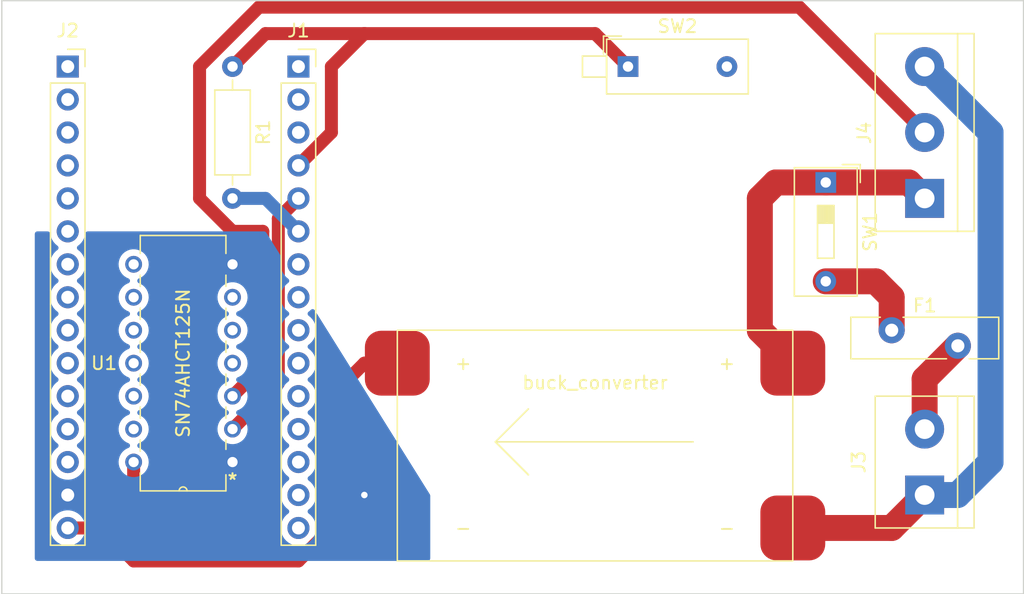
<source format=kicad_pcb>
(kicad_pcb (version 20211014) (generator pcbnew)
  (layers (0 "F.Cu" signal) (31 "B.Cu" signal) (34 "B.Paste" user) (35 "F.Paste" user) (36 "B.SilkS" user "B.Silkscreen") (37 "F.SilkS" user "F.Silkscreen") (38 "B.Mask" user) (39 "F.Mask" user) (44 "Edge.Cuts" user))
  (net 0 "")
  (net 21 "GND")
  (net 31 "Net-(J4-Pad2)")
  (net 32 "+12V")
  (net 33 "+5V")
  (net 34 "Net-(R1-Pad1)")
  (net 35 "Net-(U1-Pad2)")
  (net 36 "Net-(R1-Pad2)")
  (net 42 "Net-(F1-Pad1)")
  (net 43 "Net-(J3-Pad2)")
  (footprint "Resistor_THT:R_Axial_DIN0207_L6.3mm_D2.5mm_P10.16mm_Horizontal" (layer "F.Cu") (at 152.4 104.14 -90)
    (fp_text reference "R1" (at 5.08 -2.37 90) (layer "F.SilkS"))
    (fp_text value "R")
    (fp_line (start 1.04 0) (end 1.81 0) (layer "F.SilkS") (width 0.12))
    (fp_line (start 1.81 -1.37) (end 1.81 1.37) (layer "F.SilkS") (width 0.12))
    (fp_line (start 1.81 1.37) (end 8.35 1.37) (layer "F.SilkS") (width 0.12))
    (fp_line (start 8.35 -1.37) (end 1.81 -1.37) (layer "F.SilkS") (width 0.12))
    (fp_line (start 9.12 0) (end 8.35 0) (layer "F.SilkS") (width 0.12))
    (fp_line (start 8.35 1.37) (end 8.35 -1.37) (layer "F.SilkS") (width 0.12))
    (pad "1" thru_hole circle (at 0 0 270) (size 1.6 1.6) (drill 0.8) (layers *.Cu *.Mask) (net 34 "Net-(R1-Pad1)"))
    (pad "2" thru_hole oval (at 10.16 0 270) (size 1.6 1.6) (drill 0.8) (layers *.Cu *.Mask) (net 36 "Net-(R1-Pad2)"))
  )
  (footprint "TerminalBlock:TerminalBlock_bornier-3_P5.08mm" (layer "F.Cu") (at 205.74 114.3 90)
    (fp_text reference "J4" (at 5.05 -4.65 90) (layer "F.SilkS"))
    (fp_text value "led_output")
    (fp_line (start -2.54 -3.81) (end 12.7 -3.81) (layer "F.SilkS") (width 0.12))
    (fp_line (start 12.7 3.81) (end 12.7 -3.81) (layer "F.SilkS") (width 0.12))
    (fp_line (start -2.54 3.81) (end -2.54 -3.81) (layer "F.SilkS") (width 0.12))
    (fp_line (start -2.54 3.81) (end 12.7 3.81) (layer "F.SilkS") (width 0.12))
    (fp_line (start -2.54 2.54) (end 12.7 2.54) (layer "F.SilkS") (width 0.12))
    (pad "1" thru_hole rect (at 0 0 90) (size 3 3) (drill 1.52) (layers *.Cu *.Mask) (net 32 "+12V"))
    (pad "2" thru_hole circle (at 5.08 0 90) (size 3 3) (drill 1.52) (layers *.Cu *.Mask) (net 31 "Net-(J4-Pad2)"))
    (pad "3" thru_hole circle (at 10.16 0 90) (size 3 3) (drill 1.52) (layers *.Cu *.Mask) (net 21 "GND"))
  )
  (footprint "Connector_PinSocket_2.54mm:PinSocket_1x15_P2.54mm_Vertical" (layer "F.Cu") (at 157.48 104.14)
    (fp_text reference "J1" (at 0 -2.77) (layer "F.SilkS"))
    (fp_text value "Conn_01x15")
    (fp_line (start 1.33 1.27) (end 1.33 36.89) (layer "F.SilkS") (width 0.12))
    (fp_line (start 0 -1.33) (end 1.33 -1.33) (layer "F.SilkS") (width 0.12))
    (fp_line (start -1.33 1.27) (end 1.33 1.27) (layer "F.SilkS") (width 0.12))
    (fp_line (start -1.33 36.89) (end 1.33 36.89) (layer "F.SilkS") (width 0.12))
    (fp_line (start -1.33 1.27) (end -1.33 36.89) (layer "F.SilkS") (width 0.12))
    (fp_line (start 1.33 -1.33) (end 1.33 0) (layer "F.SilkS") (width 0.12))
    (pad "1" thru_hole rect (at 0 0) (size 1.7 1.7) (drill 1) (layers *.Cu *.Mask))
    (pad "2" thru_hole oval (at 0 2.54) (size 1.7 1.7) (drill 1) (layers *.Cu *.Mask))
    (pad "3" thru_hole oval (at 0 5.08) (size 1.7 1.7) (drill 1) (layers *.Cu *.Mask))
    (pad "4" thru_hole oval (at 0 7.62) (size 1.7 1.7) (drill 1) (layers *.Cu *.Mask) (net 34 "Net-(R1-Pad1)"))
    (pad "5" thru_hole oval (at 0 10.16) (size 1.7 1.7) (drill 1) (layers *.Cu *.Mask) (net 35 "Net-(U1-Pad2)"))
    (pad "6" thru_hole oval (at 0 12.7) (size 1.7 1.7) (drill 1) (layers *.Cu *.Mask) (net 36 "Net-(R1-Pad2)"))
    (pad "7" thru_hole oval (at 0 15.24) (size 1.7 1.7) (drill 1) (layers *.Cu *.Mask))
    (pad "8" thru_hole oval (at 0 17.78) (size 1.7 1.7) (drill 1) (layers *.Cu *.Mask))
    (pad "9" thru_hole oval (at 0 20.32) (size 1.7 1.7) (drill 1) (layers *.Cu *.Mask))
    (pad "10" thru_hole oval (at 0 22.86) (size 1.7 1.7) (drill 1) (layers *.Cu *.Mask))
    (pad "11" thru_hole oval (at 0 25.4) (size 1.7 1.7) (drill 1) (layers *.Cu *.Mask))
    (pad "12" thru_hole oval (at 0 27.94) (size 1.7 1.7) (drill 1) (layers *.Cu *.Mask))
    (pad "13" thru_hole oval (at 0 30.48) (size 1.7 1.7) (drill 1) (layers *.Cu *.Mask))
    (pad "14" thru_hole oval (at 0 33.02) (size 1.7 1.7) (drill 1) (layers *.Cu *.Mask))
    (pad "15" thru_hole oval (at 0 35.56) (size 1.7 1.7) (drill 1) (layers *.Cu *.Mask))
  )
  (footprint "SN75AHCT125N:SN74AHCT125N" (layer "F.Cu") (at 144.78 119.38 180)
    (fp_text reference "U1" (at 2.281388 -7.620001) (layer "F.SilkS"))
    (fp_text value "SN74AHCT125N" (at -3.81 -7.62 90) (layer "F.SilkS"))
    (fp_text user "*" (at -7.62 -16.6497) (layer "F.SilkS"))
    (fp_text user "*" (at -7.62 -16.6497) (layer "F.SilkS"))
    (fp_line (start -7.112 0.838569) (end -7.112 2.2225) (layer "F.SilkS") (width 0.12))
    (fp_line (start -0.508 -0.838569) (end -0.508 -1.701431) (layer "F.SilkS") (width 0.12))
    (fp_line (start -0.508 -16.078569) (end -0.508 -17.4625) (layer "F.SilkS") (width 0.12))
    (fp_line (start -0.508 -3.378569) (end -0.508 -4.241431) (layer "F.SilkS") (width 0.12))
    (fp_line (start -0.508 -8.458569) (end -0.508 -9.321431) (layer "F.SilkS") (width 0.12))
    (fp_line (start -0.508 -17.4625) (end -7.112 -17.4625) (layer "F.SilkS") (width 0.12))
    (fp_line (start -7.112 -11.861431) (end -7.112 -10.998569) (layer "F.SilkS") (width 0.12))
    (fp_line (start -0.508 -10.998569) (end -0.508 -11.861431) (layer "F.SilkS") (width 0.12))
    (fp_line (start -7.112 -17.4625) (end -7.112 -16.22044) (layer "F.SilkS") (width 0.12))
    (fp_line (start -7.112 -14.25956) (end -7.112 -13.538569) (layer "F.SilkS") (width 0.12))
    (fp_line (start -7.112 -4.241431) (end -7.112 -3.378569) (layer "F.SilkS") (width 0.12))
    (fp_line (start -0.508 2.2225) (end -0.508 0.838569) (layer "F.SilkS") (width 0.12))
    (fp_line (start -7.112 -6.781431) (end -7.112 -5.918569) (layer "F.SilkS") (width 0.12))
    (fp_line (start -0.508 -13.538569) (end -0.508 -14.401431) (layer "F.SilkS") (width 0.12))
    (fp_line (start -7.112 -9.321431) (end -7.112 -8.458569) (layer "F.SilkS") (width 0.12))
    (fp_line (start -7.112 2.2225) (end -0.508 2.2225) (layer "F.SilkS") (width 0.12))
    (fp_line (start -7.112 -1.701431) (end -7.112 -0.838569) (layer "F.SilkS") (width 0.12))
    (fp_line (start -0.508 -5.918569) (end -0.508 -6.781431) (layer "F.SilkS") (width 0.12))
    (fp_arc (start -3.5052 -17.4625) (mid -3.81 -17.1577) (end -4.1148 -17.4625) (layer "F.SilkS") (width 0.12))
    (pad "1" thru_hole rect locked (at -7.62 -15.24 180) (size 1.2954 1.2954) (drill 0.7874) (layers *.Cu *.Mask) (net 21 "GND"))
    (pad "2" thru_hole circle locked (at -7.62 -12.7 180) (size 1.2954 1.2954) (drill 0.7874) (layers *.Cu *.Mask) (net 35 "Net-(U1-Pad2)"))
    (pad "3" thru_hole circle locked (at -7.62 -10.16 180) (size 1.2954 1.2954) (drill 0.7874) (layers *.Cu *.Mask) (net 31 "Net-(J4-Pad2)"))
    (pad "4" thru_hole circle locked (at -7.62 -7.62 180) (size 1.2954 1.2954) (drill 0.7874) (layers *.Cu *.Mask))
    (pad "5" thru_hole circle locked (at -7.62 -5.08 180) (size 1.2954 1.2954) (drill 0.7874) (layers *.Cu *.Mask))
    (pad "6" thru_hole circle locked (at -7.62 -2.54 180) (size 1.2954 1.2954) (drill 0.7874) (layers *.Cu *.Mask))
    (pad "7" thru_hole circle locked (at -7.62 0 180) (size 1.2954 1.2954) (drill 0.7874) (layers *.Cu *.Mask) (net 21 "GND"))
    (pad "8" thru_hole circle locked (at 0 0 180) (size 1.2954 1.2954) (drill 0.7874) (layers *.Cu *.Mask))
    (pad "9" thru_hole circle locked (at 0 -2.54 180) (size 1.2954 1.2954) (drill 0.7874) (layers *.Cu *.Mask))
    (pad "10" thru_hole circle locked (at 0 -5.08 180) (size 1.2954 1.2954) (drill 0.7874) (layers *.Cu *.Mask))
    (pad "11" thru_hole circle locked (at 0 -7.62 180) (size 1.2954 1.2954) (drill 0.7874) (layers *.Cu *.Mask))
    (pad "12" thru_hole circle locked (at 0 -10.16 180) (size 1.2954 1.2954) (drill 0.7874) (layers *.Cu *.Mask))
    (pad "13" thru_hole circle locked (at 0 -12.7 180) (size 1.2954 1.2954) (drill 0.7874) (layers *.Cu *.Mask))
    (pad "14" thru_hole circle locked (at 0 -15.24 180) (size 1.2954 1.2954) (drill 0.7874) (layers *.Cu *.Mask) (net 33 "+5V"))
  )
  (footprint "Fuse:Fuse_Bourns_MF-RHT500" (layer "F.Cu") (at 203.2 124.46)
    (fp_text reference "F1" (at 2.55 -1.9) (layer "F.SilkS"))
    (fp_text value "Polyfuse")
    (fp_line (start 5.979 2.2) (end 8.25 2.2) (layer "F.SilkS") (width 0.12))
    (fp_line (start -3.15 2.2) (end 4.222 2.2) (layer "F.SilkS") (width 0.12))
    (fp_line (start -3.15 -1) (end -3.15 2.2) (layer "F.SilkS") (width 0.12))
    (fp_line (start -3.15 -1) (end -0.879 -1) (layer "F.SilkS") (width 0.12))
    (fp_line (start 8.25 -1) (end 8.25 2.2) (layer "F.SilkS") (width 0.12))
    (fp_line (start 0.879 -1) (end 8.25 -1) (layer "F.SilkS") (width 0.12))
    (pad "1" thru_hole circle (at 0 0) (size 2.01 2.01) (drill 1.01) (layers *.Cu *.Mask) (net 42 "Net-(F1-Pad1)"))
    (pad "2" thru_hole circle (at 5.1 1.2) (size 2.01 2.01) (drill 1.01) (layers *.Cu *.Mask) (net 43 "Net-(J3-Pad2)"))
  )
  (footprint "SN75AHCT125N:mini560_AR7" (layer "F.Cu") (at 180.34 132.08)
    (fp_text reference "PS1")
    (fp_text value "buck_converter" (at 0 -3.58 unlocked) (layer "F.SilkS"))
    (fp_text user "-" (at -10.16 7.62 unlocked) (layer "F.SilkS"))
    (fp_text user "-" (at 10.16 7.62 unlocked) (layer "F.SilkS"))
    (fp_text user "+" (at 10.16 -5.08 unlocked) (layer "F.SilkS"))
    (fp_text user "+" (at -10.16 -5.08 unlocked) (layer "F.SilkS"))
    (fp_line (start -5.137591 3.522043) (end -7.677591 0.982043) (layer "F.SilkS") (width 0.12))
    (fp_line (start 7.562409 0.982043) (end -7.677591 0.982043) (layer "F.SilkS") (width 0.12))
    (fp_line (start -7.677591 0.982043) (end -5.137591 3.522043) (layer "F.SilkS") (width 0.12))
    (fp_line (start -7.677591 0.982043) (end -5.137591 -1.557957) (layer "F.SilkS") (width 0.12))
    (fp_rect (start -15.24 10.16) (end 15.24 -7.62) (layer "F.SilkS") (width 0.12) (fill none))
    (pad "1" smd roundrect (at 15.24 7.62) (size 5 5) (layers "F.Cu" "F.Paste" "F.Mask") (net 21 "GND"))
    (pad "2" smd roundrect (at 15.24 -5.08) (size 5 5) (layers "F.Cu" "F.Paste" "F.Mask") (net 32 "+12V"))
    (pad "3" smd roundrect (at -15.24 7.62) (size 5 5) (layers "F.Cu" "F.Paste" "F.Mask") (net 21 "GND"))
    (pad "4" smd roundrect (at -15.24 -5.08) (size 5 5) (layers "F.Cu" "F.Paste" "F.Mask") (net 33 "+5V"))
  )
  (footprint "Button_Switch_THT:SW_DIP_SPSTx01_Piano_10.8x4.1mm_W7.62mm_P2.54mm" (layer "F.Cu") (at 182.88 104.14)
    (fp_text reference "SW2" (at 3.81 -3.11) (layer "F.SilkS"))
    (fp_text value "SW_Push")
    (fp_line (start 9.27 -2.11) (end 9.27 2.11) (layer "F.SilkS") (width 0.12))
    (fp_line (start -3.51 -0.81) (end -3.51 0.81) (layer "F.SilkS") (width 0.12))
    (fp_line (start -1.65 2.11) (end 9.27 2.11) (layer "F.SilkS") (width 0.12))
    (fp_line (start -3.51 0.81) (end -1.65 0.81) (layer "F.SilkS") (width 0.12))
    (fp_line (start -1.89 -2.35) (end -0.507 -2.35) (layer "F.SilkS") (width 0.12))
    (fp_line (start -1.65 -2.11) (end -1.65 2.11) (layer "F.SilkS") (width 0.12))
    (fp_line (start -1.65 -2.11) (end 9.27 -2.11) (layer "F.SilkS") (width 0.12))
    (fp_line (start -1.89 -2.35) (end -1.89 -0.967) (layer "F.SilkS") (width 0.12))
    (fp_line (start -1.65 -0.81) (end -1.65 0.81) (layer "F.SilkS") (width 0.12))
    (fp_line (start -3.51 -0.81) (end -1.65 -0.81) (layer "F.SilkS") (width 0.12))
    (pad "1" thru_hole rect (at 0 0) (size 1.6 1.6) (drill 0.8) (layers *.Cu *.Mask) (net 34 "Net-(R1-Pad1)"))
    (pad "2" thru_hole oval (at 7.62 0) (size 1.6 1.6) (drill 0.8) (layers *.Cu *.Mask) (net 21 "GND"))
  )
  (footprint "Button_Switch_THT:SW_DIP_SPSTx01_Slide_9.78x4.72mm_W7.62mm_P2.54mm" (layer "F.Cu") (at 198.12 113.0725 -90)
    (fp_text reference "SW1" (at 3.81 -3.42 90) (layer "F.SilkS"))
    (fp_text value "SW_SPST")
    (fp_line (start 1.78 0.205) (end 3.133333 0.205) (layer "F.SilkS") (width 0.12))
    (fp_line (start 8.76 -2.42) (end 8.76 2.42) (layer "F.SilkS") (width 0.12))
    (fp_line (start 1.78 0.325) (end 3.133333 0.325) (layer "F.SilkS") (width 0.12))
    (fp_line (start 1.78 0.445) (end 3.133333 0.445) (layer "F.SilkS") (width 0.12))
    (fp_line (start 1.78 -0.275) (end 3.133333 -0.275) (layer "F.SilkS") (width 0.12))
    (fp_line (start 1.78 0.635) (end 5.84 0.635) (layer "F.SilkS") (width 0.12))
    (fp_line (start -1.14 -2.42) (end 8.76 -2.42) (layer "F.SilkS") (width 0.12))
    (fp_line (start 1.78 -0.515) (end 3.133333 -0.515) (layer "F.SilkS") (width 0.12))
    (fp_line (start 5.84 0.635) (end 5.84 -0.635) (layer "F.SilkS") (width 0.12))
    (fp_line (start -1.38 -2.66) (end 0.004 -2.66) (layer "F.SilkS") (width 0.12))
    (fp_line (start 1.78 -0.395) (end 3.133333 -0.395) (layer "F.SilkS") (width 0.12))
    (fp_line (start -1.14 2.42) (end 8.76 2.42) (layer "F.SilkS") (width 0.12))
    (fp_line (start 1.78 -0.635) (end 1.78 0.635) (layer "F.SilkS") (width 0.12))
    (fp_line (start 1.78 -0.035) (end 3.133333 -0.035) (layer "F.SilkS") (width 0.12))
    (fp_line (start 3.133333 -0.635) (end 3.133333 0.635) (layer "F.SilkS") (width 0.12))
    (fp_line (start -1.38 -2.66) (end -1.38 -1.277) (layer "F.SilkS") (width 0.12))
    (fp_line (start 5.84 -0.635) (end 1.78 -0.635) (layer "F.SilkS") (width 0.12))
    (fp_line (start 1.78 0.085) (end 3.133333 0.085) (layer "F.SilkS") (width 0.12))
    (fp_line (start -1.14 -2.42) (end -1.14 2.42) (layer "F.SilkS") (width 0.12))
    (fp_line (start 1.78 -0.155) (end 3.133333 -0.155) (layer "F.SilkS") (width 0.12))
    (fp_line (start 1.78 0.565) (end 3.133333 0.565) (layer "F.SilkS") (width 0.12))
    (pad "1" thru_hole rect (at 0 0 270) (size 1.6 1.6) (drill 0.8) (layers *.Cu *.Mask) (net 32 "+12V"))
    (pad "2" thru_hole oval (at 7.62 0 270) (size 1.6 1.6) (drill 0.8) (layers *.Cu *.Mask) (net 42 "Net-(F1-Pad1)"))
  )
  (footprint "TerminalBlock:TerminalBlock_bornier-2_P5.08mm" (layer "F.Cu") (at 205.74 137.16 90)
    (fp_text reference "J3" (at 2.54 -5.08 90) (layer "F.SilkS"))
    (fp_text value "12v_input")
    (fp_line (start 7.62 3.81) (end 7.62 -3.81) (layer "F.SilkS") (width 0.12))
    (fp_line (start 7.62 -3.81) (end -2.54 -3.81) (layer "F.SilkS") (width 0.12))
    (fp_line (start -2.54 3.81) (end 7.62 3.81) (layer "F.SilkS") (width 0.12))
    (fp_line (start -2.54 -3.81) (end -2.54 3.81) (layer "F.SilkS") (width 0.12))
    (fp_line (start 7.62 2.54) (end -2.54 2.54) (layer "F.SilkS") (width 0.12))
    (pad "1" thru_hole rect (at 0 0 90) (size 3 3) (drill 1.52) (layers *.Cu *.Mask) (net 21 "GND"))
    (pad "2" thru_hole circle (at 5.08 0 90) (size 3 3) (drill 1.52) (layers *.Cu *.Mask) (net 43 "Net-(J3-Pad2)"))
  )
  (footprint "Connector_PinSocket_2.54mm:PinSocket_1x15_P2.54mm_Vertical" (layer "F.Cu") (at 139.7 104.14)
    (fp_text reference "J2" (at 0 -2.77) (layer "F.SilkS"))
    (fp_text value "conn_esp_left")
    (fp_line (start -1.33 36.89) (end 1.33 36.89) (layer "F.SilkS") (width 0.12))
    (fp_line (start 1.33 1.27) (end 1.33 36.89) (layer "F.SilkS") (width 0.12))
    (fp_line (start -1.33 1.27) (end 1.33 1.27) (layer "F.SilkS") (width 0.12))
    (fp_line (start 1.33 -1.33) (end 1.33 0) (layer "F.SilkS") (width 0.12))
    (fp_line (start 0 -1.33) (end 1.33 -1.33) (layer "F.SilkS") (width 0.12))
    (fp_line (start -1.33 1.27) (end -1.33 36.89) (layer "F.SilkS") (width 0.12))
    (pad "1" thru_hole rect (at 0 0) (size 1.7 1.7) (drill 1) (layers *.Cu *.Mask))
    (pad "2" thru_hole oval (at 0 2.54) (size 1.7 1.7) (drill 1) (layers *.Cu *.Mask))
    (pad "3" thru_hole oval (at 0 5.08) (size 1.7 1.7) (drill 1) (layers *.Cu *.Mask))
    (pad "4" thru_hole oval (at 0 7.62) (size 1.7 1.7) (drill 1) (layers *.Cu *.Mask))
    (pad "5" thru_hole oval (at 0 10.16) (size 1.7 1.7) (drill 1) (layers *.Cu *.Mask))
    (pad "6" thru_hole oval (at 0 12.7) (size 1.7 1.7) (drill 1) (layers *.Cu *.Mask))
    (pad "7" thru_hole oval (at 0 15.24) (size 1.7 1.7) (drill 1) (layers *.Cu *.Mask))
    (pad "8" thru_hole oval (at 0 17.78) (size 1.7 1.7) (drill 1) (layers *.Cu *.Mask))
    (pad "9" thru_hole oval (at 0 20.32) (size 1.7 1.7) (drill 1) (layers *.Cu *.Mask))
    (pad "10" thru_hole oval (at 0 22.86) (size 1.7 1.7) (drill 1) (layers *.Cu *.Mask))
    (pad "11" thru_hole oval (at 0 25.4) (size 1.7 1.7) (drill 1) (layers *.Cu *.Mask))
    (pad "12" thru_hole oval (at 0 27.94) (size 1.7 1.7) (drill 1) (layers *.Cu *.Mask))
    (pad "13" thru_hole oval (at 0 30.48) (size 1.7 1.7) (drill 1) (layers *.Cu *.Mask))
    (pad "14" thru_hole oval (at 0 33.02) (size 1.7 1.7) (drill 1) (layers *.Cu *.Mask) (net 21 "GND"))
    (pad "15" thru_hole oval (at 0 35.56) (size 1.7 1.7) (drill 1) (layers *.Cu *.Mask) (net 33 "+5V"))
  )
  (gr_line (start 213.36 144.78) (end 134.62 144.78) (layer "Edge.Cuts") (width 0.1))
  (gr_line (start 134.62 144.78) (end 134.62 99.06) (layer "Edge.Cuts") (width 0.1))
  (gr_line (start 213.36 99.06) (end 213.36 144.78) (layer "Edge.Cuts") (width 0.1))
  (gr_line (start 134.62 99.06) (end 213.36 99.06) (layer "Edge.Cuts") (width 0.1))
  (segment (start 195.58 139.7) (end 203.2 139.7) (width 2) (layer "F.Cu") (net 21))
  (segment (start 203.2 139.7) (end 205.74 137.16) (width 2) (layer "F.Cu") (net 21))
  (segment (start 162.56 137.16) (end 165.1 139.7) (width 1) (layer "F.Cu") (net 21))
  (via (at 162.56 137.16) (size 1) (drill 0.5) (layers "F.Cu" "B.Cu") (net 21))
  (segment (start 210.82 109.22) (end 210.82 134.62) (width 2) (layer "B.Cu") (net 21))
  (segment (start 210.82 134.62) (end 208.28 137.16) (width 2) (layer "B.Cu") (net 21))
  (segment (start 205.74 104.14) (end 210.82 109.22) (width 2) (layer "B.Cu") (net 21))
  (segment (start 208.28 137.16) (end 205.74 137.16) (width 2) (layer "B.Cu") (net 21))
  (segment (start 196.08002 99.56002) (end 205.74 109.22) (width 1) (layer "F.Cu") (net 31))
  (segment (start 154.43998 99.56002) (end 196.08002 99.56002) (width 1) (layer "F.Cu") (net 31))
  (segment (start 152.4 129.54) (end 154.730969 127.209031) (width 1) (layer "F.Cu") (net 31))
  (segment (start 154.730969 116.84) (end 152.4 116.84) (width 1) (layer "F.Cu") (net 31))
  (segment (start 149.86 114.3) (end 149.86 104.14) (width 1) (layer "F.Cu") (net 31))
  (segment (start 154.730969 127.209031) (end 154.730969 116.84) (width 1) (layer "F.Cu") (net 31))
  (segment (start 149.86 104.14) (end 154.43998 99.56002) (width 1) (layer "F.Cu") (net 31))
  (segment (start 152.4 116.84) (end 149.86 114.3) (width 1) (layer "F.Cu") (net 31))
  (segment (start 195.58 127) (end 193.04 124.46) (width 2) (layer "F.Cu") (net 32))
  (segment (start 193.04 114.3) (end 194.2675 113.0725) (width 2) (layer "F.Cu") (net 32))
  (segment (start 198.12 113.0725) (end 204.5125 113.0725) (width 2) (layer "F.Cu") (net 32))
  (segment (start 193.04 124.46) (end 193.04 114.3) (width 2) (layer "F.Cu") (net 32))
  (segment (start 194.2675 113.0725) (end 198.12 113.0725) (width 2) (layer "F.Cu") (net 32))
  (segment (start 204.5125 113.0725) (end 205.74 114.3) (width 2) (layer "F.Cu") (net 32))
  (segment (start 142.24 139.7) (end 139.7 139.7) (width 1) (layer "F.Cu") (net 33))
  (segment (start 165.1 127) (end 162.56 127) (width 1) (layer "F.Cu") (net 33))
  (segment (start 144.78 142.24) (end 142.24 139.7) (width 1) (layer "F.Cu") (net 33))
  (segment (start 160.02 139.7) (end 157.48 142.24) (width 1) (layer "F.Cu") (net 33))
  (segment (start 162.56 127) (end 160.02 129.54) (width 1) (layer "F.Cu") (net 33))
  (segment (start 144.78 137.16) (end 142.24 139.7) (width 1) (layer "F.Cu") (net 33))
  (segment (start 144.78 134.62) (end 144.78 137.16) (width 1) (layer "F.Cu") (net 33))
  (segment (start 160.02 129.54) (end 160.02 139.7) (width 1) (layer "F.Cu") (net 33))
  (segment (start 157.48 142.24) (end 144.78 142.24) (width 1) (layer "F.Cu") (net 33))
  (segment (start 162.56 101.6) (end 180.34 101.6) (width 1) (layer "F.Cu") (net 34))
  (segment (start 152.4 104.14) (end 154.94 101.6) (width 1) (layer "F.Cu") (net 34))
  (segment (start 160.02 109.22) (end 160.02 104.14) (width 1) (layer "F.Cu") (net 34))
  (segment (start 154.94 101.6) (end 162.56 101.6) (width 1) (layer "F.Cu") (net 34))
  (segment (start 157.48 111.76) (end 160.02 109.22) (width 1) (layer "F.Cu") (net 34))
  (segment (start 160.02 104.14) (end 162.56 101.6) (width 1) (layer "F.Cu") (net 34))
  (segment (start 180.34 101.6) (end 182.88 104.14) (width 1) (layer "F.Cu") (net 34))
  (segment (start 155.930489 115.849511) (end 157.48 114.3) (width 1) (layer "F.Cu") (net 35))
  (segment (start 155.930489 128.549511) (end 155.930489 115.849511) (width 1) (layer "F.Cu") (net 35))
  (segment (start 152.4 132.08) (end 155.930489 128.549511) (width 1) (layer "F.Cu") (net 35))
  (segment (start 152.4 114.3) (end 154.94 114.3) (width 1) (layer "B.Cu") (net 36))
  (segment (start 154.94 114.3) (end 157.48 116.84) (width 1) (layer "B.Cu") (net 36))
  (segment (start 203.2 121.92) (end 201.9725 120.6925) (width 2) (layer "F.Cu") (net 42))
  (segment (start 203.2 124.46) (end 203.2 121.92) (width 2) (layer "F.Cu") (net 42))
  (segment (start 201.9725 120.6925) (end 198.12 120.6925) (width 2) (layer "F.Cu") (net 42))
  (segment (start 205.74 128.22) (end 208.3 125.66) (width 2) (layer "F.Cu") (net 43))
  (segment (start 205.74 132.08) (end 205.74 128.22) (width 2) (layer "F.Cu") (net 43))
  (zone (net 21) (net_name "GND") (layer "B.Cu") (connect_pads yes (clearance 0.508)) (min_thickness 0.4) (fill yes (thermal_gap 0.508) (thermal_bridge_width 0.508))
    (polygon (pts (xy 167.64 137.16) (xy 167.64 142.24) (xy 137.16 142.24) (xy 137.16 116.84) (xy 154.94 116.84)))
  )
)
</source>
